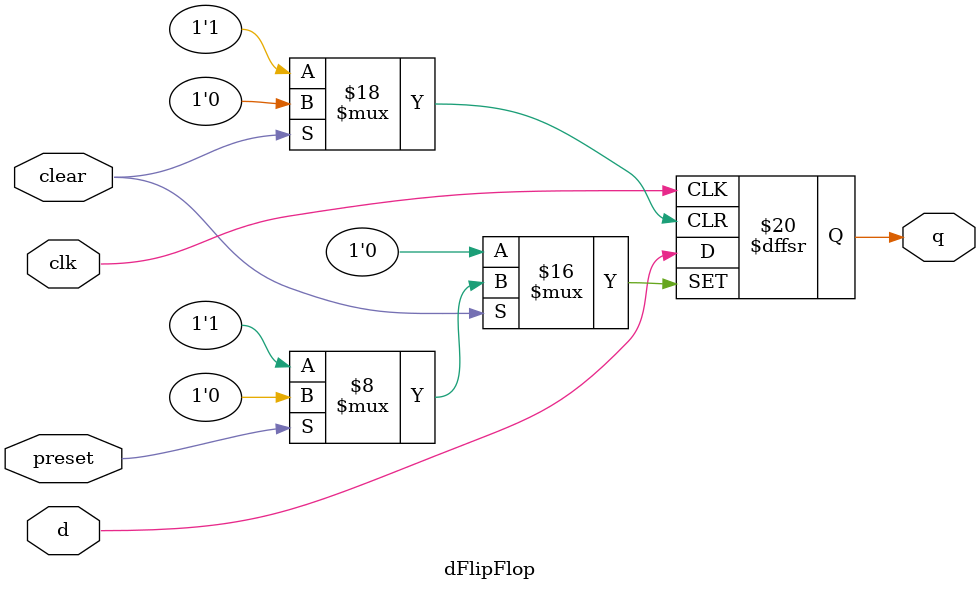
<source format=v>
module dFlipFlop(d,clk,preset,clear,q);
input d;
input clk;
input preset; 
input clear;
output reg q;
always @(posedge clk or negedge preset or negedge clear)
begin
if(clear==1'b0)
q <= 1'b0;
else if(preset==1'b0)
q <= 1'b1;
else
q <= d;
end
endmodule
</source>
